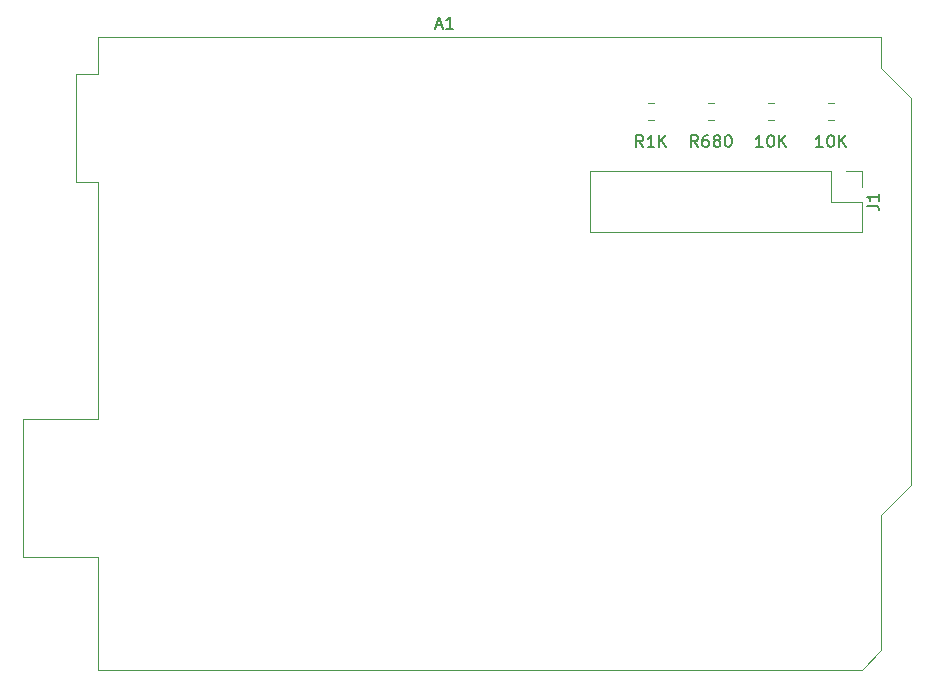
<source format=gto>
G04 #@! TF.GenerationSoftware,KiCad,Pcbnew,5.0.2+dfsg1-1~bpo9+1*
G04 #@! TF.CreationDate,2020-03-31T02:51:35-04:00*
G04 #@! TF.ProjectId,pcb,7063622e-6b69-4636-9164-5f7063625858,rev?*
G04 #@! TF.SameCoordinates,Original*
G04 #@! TF.FileFunction,Legend,Top*
G04 #@! TF.FilePolarity,Positive*
%FSLAX46Y46*%
G04 Gerber Fmt 4.6, Leading zero omitted, Abs format (unit mm)*
G04 Created by KiCad (PCBNEW 5.0.2+dfsg1-1~bpo9+1) date Tue 31 Mar 2020 02:51:35 AM EDT*
%MOMM*%
%LPD*%
G01*
G04 APERTURE LIST*
%ADD10C,0.120000*%
%ADD11C,0.150000*%
G04 APERTURE END LIST*
D10*
G04 #@! TO.C,A1*
X169335001Y-125625001D02*
X169335001Y-92855001D01*
X169335001Y-92855001D02*
X166795001Y-90315001D01*
X166795001Y-90315001D02*
X166795001Y-87645001D01*
X166795001Y-87645001D02*
X100495001Y-87645001D01*
X100495001Y-87645001D02*
X100495001Y-90825001D01*
X100495001Y-90825001D02*
X98595001Y-90825001D01*
X98595001Y-90825001D02*
X98595001Y-99965001D01*
X98595001Y-99965001D02*
X100495001Y-99965001D01*
X100495001Y-99965001D02*
X100495001Y-120035001D01*
X100495001Y-120035001D02*
X94145001Y-120035001D01*
X94145001Y-120035001D02*
X94145001Y-131715001D01*
X94145001Y-131715001D02*
X100495001Y-131715001D01*
X100495001Y-131715001D02*
X100495001Y-141245001D01*
X100495001Y-141245001D02*
X165145001Y-141245001D01*
X165145001Y-141245001D02*
X166795001Y-139595001D01*
X166795001Y-139595001D02*
X166795001Y-128165001D01*
X166795001Y-128165001D02*
X169335001Y-125625001D01*
G04 #@! TO.C,R1*
X157218748Y-94690000D02*
X157741252Y-94690000D01*
X157218748Y-93270000D02*
X157741252Y-93270000D01*
G04 #@! TO.C,R2*
X162298748Y-93270000D02*
X162821252Y-93270000D01*
X162298748Y-94690000D02*
X162821252Y-94690000D01*
G04 #@! TO.C,R3*
X152661252Y-94690000D02*
X152138748Y-94690000D01*
X152661252Y-93270000D02*
X152138748Y-93270000D01*
G04 #@! TO.C,R4*
X147581252Y-93270000D02*
X147058748Y-93270000D01*
X147581252Y-94690000D02*
X147058748Y-94690000D01*
G04 #@! TO.C,J1*
X142180000Y-99000000D02*
X142180000Y-104200000D01*
X162560000Y-99000000D02*
X142180000Y-99000000D01*
X165160000Y-104200000D02*
X142180000Y-104200000D01*
X162560000Y-99000000D02*
X162560000Y-101600000D01*
X162560000Y-101600000D02*
X165160000Y-101600000D01*
X165160000Y-101600000D02*
X165160000Y-104200000D01*
X163830000Y-99000000D02*
X165160000Y-99000000D01*
X165160000Y-99000000D02*
X165160000Y-100330000D01*
G04 #@! TO.C,A1*
D11*
X129120715Y-86671667D02*
X129596905Y-86671667D01*
X129025477Y-86957381D02*
X129358810Y-85957381D01*
X129692143Y-86957381D01*
X130549286Y-86957381D02*
X129977858Y-86957381D01*
X130263572Y-86957381D02*
X130263572Y-85957381D01*
X130168334Y-86100239D01*
X130073096Y-86195477D01*
X129977858Y-86243096D01*
G04 #@! TO.C,R1*
X156789523Y-96972380D02*
X156218095Y-96972380D01*
X156503809Y-96972380D02*
X156503809Y-95972380D01*
X156408571Y-96115238D01*
X156313333Y-96210476D01*
X156218095Y-96258095D01*
X157408571Y-95972380D02*
X157503809Y-95972380D01*
X157599047Y-96020000D01*
X157646666Y-96067619D01*
X157694285Y-96162857D01*
X157741904Y-96353333D01*
X157741904Y-96591428D01*
X157694285Y-96781904D01*
X157646666Y-96877142D01*
X157599047Y-96924761D01*
X157503809Y-96972380D01*
X157408571Y-96972380D01*
X157313333Y-96924761D01*
X157265714Y-96877142D01*
X157218095Y-96781904D01*
X157170476Y-96591428D01*
X157170476Y-96353333D01*
X157218095Y-96162857D01*
X157265714Y-96067619D01*
X157313333Y-96020000D01*
X157408571Y-95972380D01*
X158170476Y-96972380D02*
X158170476Y-95972380D01*
X158741904Y-96972380D02*
X158313333Y-96400952D01*
X158741904Y-95972380D02*
X158170476Y-96543809D01*
G04 #@! TO.C,R2*
X161869523Y-96972380D02*
X161298095Y-96972380D01*
X161583809Y-96972380D02*
X161583809Y-95972380D01*
X161488571Y-96115238D01*
X161393333Y-96210476D01*
X161298095Y-96258095D01*
X162488571Y-95972380D02*
X162583809Y-95972380D01*
X162679047Y-96020000D01*
X162726666Y-96067619D01*
X162774285Y-96162857D01*
X162821904Y-96353333D01*
X162821904Y-96591428D01*
X162774285Y-96781904D01*
X162726666Y-96877142D01*
X162679047Y-96924761D01*
X162583809Y-96972380D01*
X162488571Y-96972380D01*
X162393333Y-96924761D01*
X162345714Y-96877142D01*
X162298095Y-96781904D01*
X162250476Y-96591428D01*
X162250476Y-96353333D01*
X162298095Y-96162857D01*
X162345714Y-96067619D01*
X162393333Y-96020000D01*
X162488571Y-95972380D01*
X163250476Y-96972380D02*
X163250476Y-95972380D01*
X163821904Y-96972380D02*
X163393333Y-96400952D01*
X163821904Y-95972380D02*
X163250476Y-96543809D01*
G04 #@! TO.C,R3*
X151280952Y-96972380D02*
X150947619Y-96496190D01*
X150709523Y-96972380D02*
X150709523Y-95972380D01*
X151090476Y-95972380D01*
X151185714Y-96020000D01*
X151233333Y-96067619D01*
X151280952Y-96162857D01*
X151280952Y-96305714D01*
X151233333Y-96400952D01*
X151185714Y-96448571D01*
X151090476Y-96496190D01*
X150709523Y-96496190D01*
X152138095Y-95972380D02*
X151947619Y-95972380D01*
X151852380Y-96020000D01*
X151804761Y-96067619D01*
X151709523Y-96210476D01*
X151661904Y-96400952D01*
X151661904Y-96781904D01*
X151709523Y-96877142D01*
X151757142Y-96924761D01*
X151852380Y-96972380D01*
X152042857Y-96972380D01*
X152138095Y-96924761D01*
X152185714Y-96877142D01*
X152233333Y-96781904D01*
X152233333Y-96543809D01*
X152185714Y-96448571D01*
X152138095Y-96400952D01*
X152042857Y-96353333D01*
X151852380Y-96353333D01*
X151757142Y-96400952D01*
X151709523Y-96448571D01*
X151661904Y-96543809D01*
X152804761Y-96400952D02*
X152709523Y-96353333D01*
X152661904Y-96305714D01*
X152614285Y-96210476D01*
X152614285Y-96162857D01*
X152661904Y-96067619D01*
X152709523Y-96020000D01*
X152804761Y-95972380D01*
X152995238Y-95972380D01*
X153090476Y-96020000D01*
X153138095Y-96067619D01*
X153185714Y-96162857D01*
X153185714Y-96210476D01*
X153138095Y-96305714D01*
X153090476Y-96353333D01*
X152995238Y-96400952D01*
X152804761Y-96400952D01*
X152709523Y-96448571D01*
X152661904Y-96496190D01*
X152614285Y-96591428D01*
X152614285Y-96781904D01*
X152661904Y-96877142D01*
X152709523Y-96924761D01*
X152804761Y-96972380D01*
X152995238Y-96972380D01*
X153090476Y-96924761D01*
X153138095Y-96877142D01*
X153185714Y-96781904D01*
X153185714Y-96591428D01*
X153138095Y-96496190D01*
X153090476Y-96448571D01*
X152995238Y-96400952D01*
X153804761Y-95972380D02*
X153900000Y-95972380D01*
X153995238Y-96020000D01*
X154042857Y-96067619D01*
X154090476Y-96162857D01*
X154138095Y-96353333D01*
X154138095Y-96591428D01*
X154090476Y-96781904D01*
X154042857Y-96877142D01*
X153995238Y-96924761D01*
X153900000Y-96972380D01*
X153804761Y-96972380D01*
X153709523Y-96924761D01*
X153661904Y-96877142D01*
X153614285Y-96781904D01*
X153566666Y-96591428D01*
X153566666Y-96353333D01*
X153614285Y-96162857D01*
X153661904Y-96067619D01*
X153709523Y-96020000D01*
X153804761Y-95972380D01*
G04 #@! TO.C,R4*
X146653333Y-96972380D02*
X146320000Y-96496190D01*
X146081904Y-96972380D02*
X146081904Y-95972380D01*
X146462857Y-95972380D01*
X146558095Y-96020000D01*
X146605714Y-96067619D01*
X146653333Y-96162857D01*
X146653333Y-96305714D01*
X146605714Y-96400952D01*
X146558095Y-96448571D01*
X146462857Y-96496190D01*
X146081904Y-96496190D01*
X147605714Y-96972380D02*
X147034285Y-96972380D01*
X147320000Y-96972380D02*
X147320000Y-95972380D01*
X147224761Y-96115238D01*
X147129523Y-96210476D01*
X147034285Y-96258095D01*
X148034285Y-96972380D02*
X148034285Y-95972380D01*
X148605714Y-96972380D02*
X148177142Y-96400952D01*
X148605714Y-95972380D02*
X148034285Y-96543809D01*
G04 #@! TO.C,J1*
X165612380Y-101933333D02*
X166326666Y-101933333D01*
X166469523Y-101980952D01*
X166564761Y-102076190D01*
X166612380Y-102219047D01*
X166612380Y-102314285D01*
X166612380Y-100933333D02*
X166612380Y-101504761D01*
X166612380Y-101219047D02*
X165612380Y-101219047D01*
X165755238Y-101314285D01*
X165850476Y-101409523D01*
X165898095Y-101504761D01*
G04 #@! TD*
M02*

</source>
